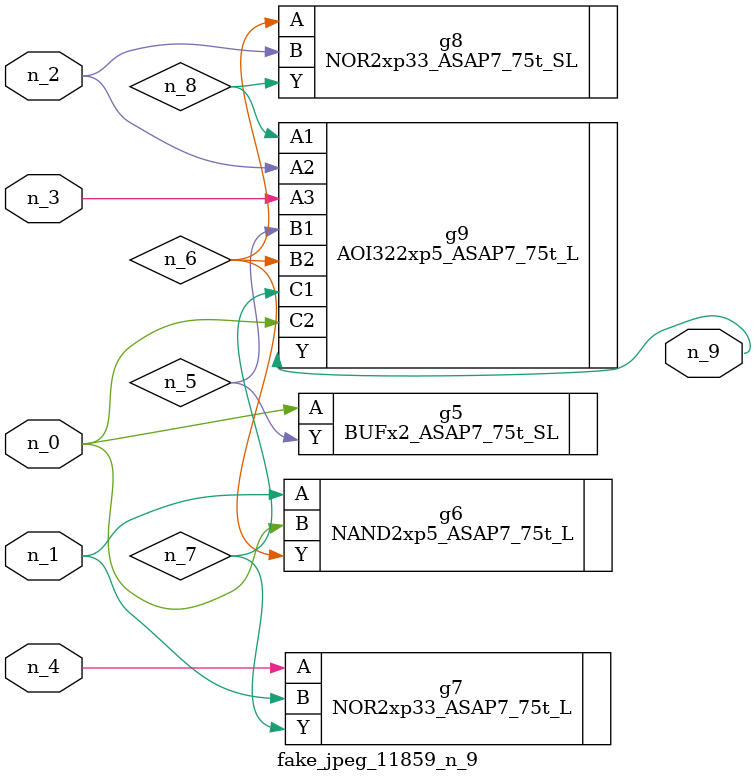
<source format=v>
module fake_jpeg_11859_n_9 (n_3, n_2, n_1, n_0, n_4, n_9);

input n_3;
input n_2;
input n_1;
input n_0;
input n_4;

output n_9;

wire n_8;
wire n_6;
wire n_5;
wire n_7;

BUFx2_ASAP7_75t_SL g5 ( 
.A(n_0),
.Y(n_5)
);

NAND2xp5_ASAP7_75t_L g6 ( 
.A(n_1),
.B(n_0),
.Y(n_6)
);

NOR2xp33_ASAP7_75t_L g7 ( 
.A(n_4),
.B(n_1),
.Y(n_7)
);

NOR2xp33_ASAP7_75t_SL g8 ( 
.A(n_6),
.B(n_2),
.Y(n_8)
);

AOI322xp5_ASAP7_75t_L g9 ( 
.A1(n_8),
.A2(n_2),
.A3(n_3),
.B1(n_5),
.B2(n_6),
.C1(n_7),
.C2(n_0),
.Y(n_9)
);


endmodule
</source>
